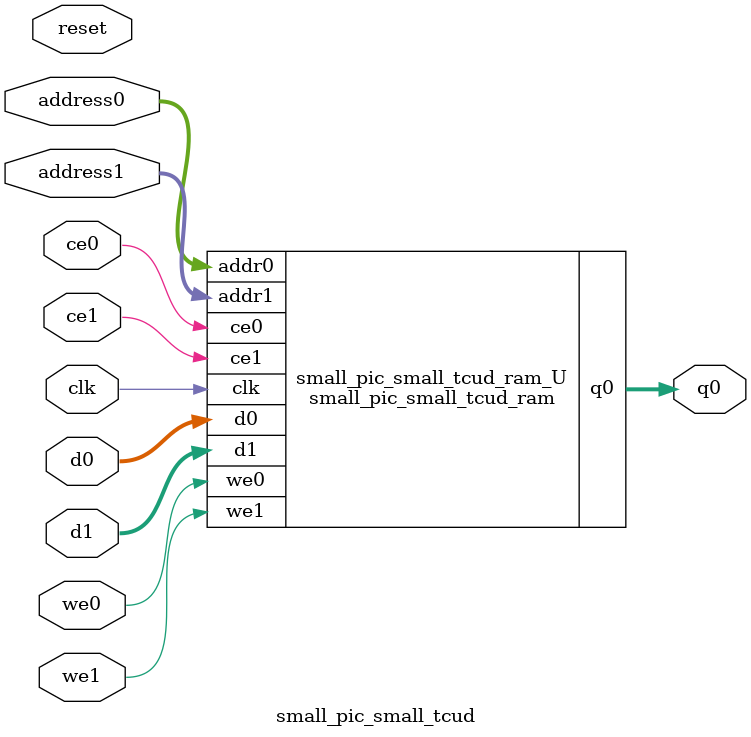
<source format=v>
`timescale 1 ns / 1 ps
module small_pic_small_tcud_ram (addr0, ce0, d0, we0, q0, addr1, ce1, d1, we1,  clk);

parameter DWIDTH = 8;
parameter AWIDTH = 14;
parameter MEM_SIZE = 15552;

input[AWIDTH-1:0] addr0;
input ce0;
input[DWIDTH-1:0] d0;
input we0;
output reg[DWIDTH-1:0] q0;
input[AWIDTH-1:0] addr1;
input ce1;
input[DWIDTH-1:0] d1;
input we1;
input clk;

(* ram_style = "block" *)reg [DWIDTH-1:0] ram[0:MEM_SIZE-1];




always @(posedge clk)  
begin 
    if (ce0) 
    begin
        if (we0) 
        begin 
            ram[addr0] <= d0; 
        end 
        q0 <= ram[addr0];
    end
end


always @(posedge clk)  
begin 
    if (ce1) 
    begin
        if (we1) 
        begin 
            ram[addr1] <= d1; 
        end 
    end
end


endmodule

`timescale 1 ns / 1 ps
module small_pic_small_tcud(
    reset,
    clk,
    address0,
    ce0,
    we0,
    d0,
    q0,
    address1,
    ce1,
    we1,
    d1);

parameter DataWidth = 32'd8;
parameter AddressRange = 32'd15552;
parameter AddressWidth = 32'd14;
input reset;
input clk;
input[AddressWidth - 1:0] address0;
input ce0;
input we0;
input[DataWidth - 1:0] d0;
output[DataWidth - 1:0] q0;
input[AddressWidth - 1:0] address1;
input ce1;
input we1;
input[DataWidth - 1:0] d1;



small_pic_small_tcud_ram small_pic_small_tcud_ram_U(
    .clk( clk ),
    .addr0( address0 ),
    .ce0( ce0 ),
    .we0( we0 ),
    .d0( d0 ),
    .q0( q0 ),
    .addr1( address1 ),
    .ce1( ce1 ),
    .we1( we1 ),
    .d1( d1 ));

endmodule


</source>
